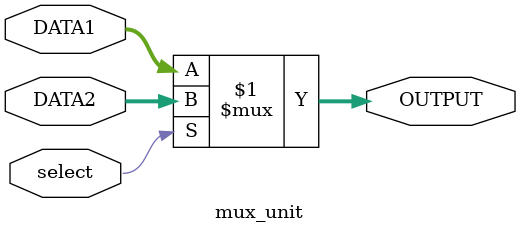
<source format=v>


//     initial begin
//        $monitor("I0: %0d I1: %0d  select:%0b OUTPUT:%0d",I0,I1,select,OUTPUT);

//        I0=8'd23;
//        I1=-8'd54;
//        select=1'b0;
//        #5;
//        select=1'b1;
//        #5;
//        $finish;

//     end


// endmodule


module mux_unit(DATA1,DATA2,select,OUTPUT);
    input signed[7:0]DATA1;
    input signed[7:0]DATA2;
    input select;
    output signed[7:0]OUTPUT;

    assign OUTPUT= select ? DATA2 : DATA1;

endmodule
</source>
